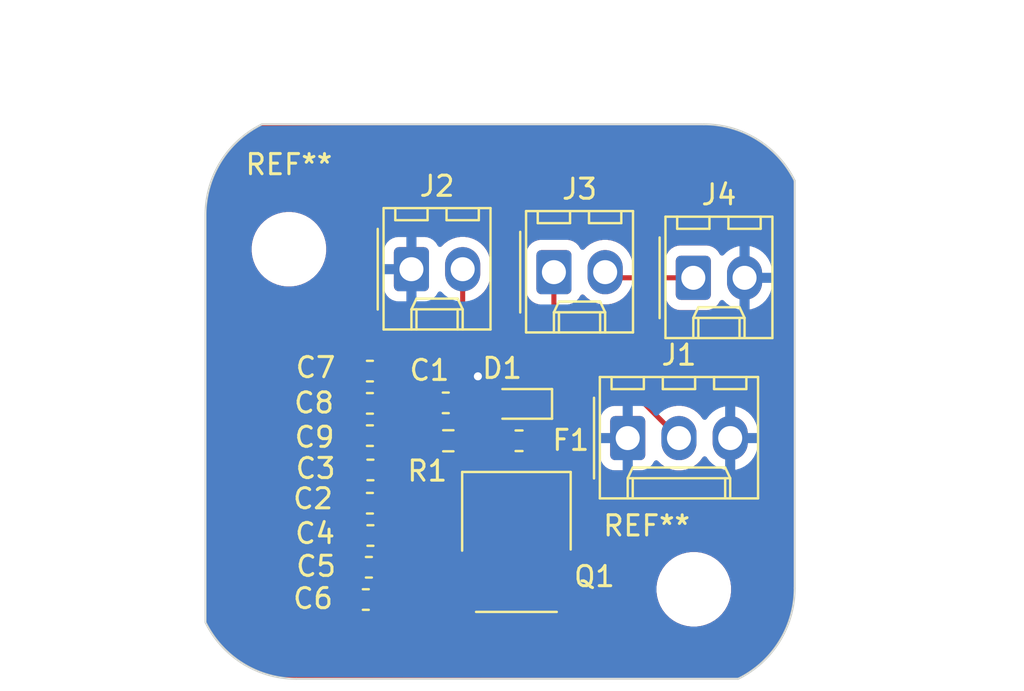
<source format=kicad_pcb>
(kicad_pcb (version 20240108) (generator "pcbnew") (generator_version "8.0")
  (title_block (title "Template") (date "2022-08-16") (rev "0.0") (company "Illini Solar Car") (comment 1 "Designed By: Your Name"))
  (layers (0 "F.Cu" signal) (31 "B.Cu" signal) (34 "B.Paste" user) (35 "F.Paste" user) (36 "B.SilkS" user "B.Silkscreen") (37 "F.SilkS" user "F.Silkscreen") (38 "B.Mask" user) (39 "F.Mask" user) (44 "Edge.Cuts" user))
  (net 0 "")
  (net 1 "GND")
  (net 2 "/Horn Control")
  (net 3 "+24V")
  (net 4 "Net-(D1-A)")
  (net 5 "Net-(Q1-D)")
  (net 6 "Net-(J3-Pin_2)")
  (footprint "Capacitor_SMD:C_0603_1608Metric_Pad1.08x0.95mm_HandSolder" (layer "F.Cu") (at 145.9738 83.7946)
    (property "Reference" "C4" (at -2.7432 -0.1016 0) (layer "F.SilkS"))
    (property "Value" "0.1uF")
    (fp_line (start -0.146267 -0.51) (end 0.146267 -0.51) (stroke (width 0.12)) (layer "F.SilkS"))
    (fp_line (start -0.146267 0.51) (end 0.146267 0.51) (stroke (width 0.12)) (layer "F.SilkS"))
    (pad "1" smd roundrect (at -0.8625 0) (size 1.075 0.95) (layers "F.Cu" "F.Paste" "F.Mask") (net 3 "+24V"))
    (pad "2" smd roundrect (at 0.8625 0) (size 1.075 0.95) (layers "F.Cu" "F.Paste" "F.Mask") (net 1 "GND"))
  )
  (footprint "Connector_Molex:Molex_KK-254_AE-6410-02A_1x02_P2.54mm_Vertical" (layer "F.Cu") (at 161.9758 71.013)
    (property "Reference" "J4" (at 1.27 -4.12 0) (layer "F.SilkS"))
    (property "Value" "Conn_01x02")
    (fp_line (start -1.67 -2) (end -1.67 2) (stroke (width 0.12)) (layer "F.SilkS"))
    (fp_line (start -1.38 -3.03) (end -1.38 2.99) (stroke (width 0.12)) (layer "F.SilkS"))
    (fp_line (start -1.38 2.99) (end 3.92 2.99) (stroke (width 0.12)) (layer "F.SilkS"))
    (fp_line (start -0.8 -3.03) (end -0.8 -2.43) (stroke (width 0.12)) (layer "F.SilkS"))
    (fp_line (start -0.8 -2.43) (end 0.8 -2.43) (stroke (width 0.12)) (layer "F.SilkS"))
    (fp_line (start 0 1.99) (end 0.25 1.46) (stroke (width 0.12)) (layer "F.SilkS"))
    (fp_line (start 0 1.99) (end 2.54 1.99) (stroke (width 0.12)) (layer "F.SilkS"))
    (fp_line (start 0 2.99) (end 0 1.99) (stroke (width 0.12)) (layer "F.SilkS"))
    (fp_line (start 0.25 1.46) (end 2.29 1.46) (stroke (width 0.12)) (layer "F.SilkS"))
    (fp_line (start 0.25 2.99) (end 0.25 1.99) (stroke (width 0.12)) (layer "F.SilkS"))
    (fp_line (start 0.8 -2.43) (end 0.8 -3.03) (stroke (width 0.12)) (layer "F.SilkS"))
    (fp_line (start 1.74 -3.03) (end 1.74 -2.43) (stroke (width 0.12)) (layer "F.SilkS"))
    (fp_line (start 1.74 -2.43) (end 3.34 -2.43) (stroke (width 0.12)) (layer "F.SilkS"))
    (fp_line (start 2.29 1.46) (end 2.54 1.99) (stroke (width 0.12)) (layer "F.SilkS"))
    (fp_line (start 2.29 2.99) (end 2.29 1.99) (stroke (width 0.12)) (layer "F.SilkS"))
    (fp_line (start 2.54 1.99) (end 2.54 2.99) (stroke (width 0.12)) (layer "F.SilkS"))
    (fp_line (start 3.34 -2.43) (end 3.34 -3.03) (stroke (width 0.12)) (layer "F.SilkS"))
    (fp_line (start 3.92 -3.03) (end -1.38 -3.03) (stroke (width 0.12)) (layer "F.SilkS"))
    (fp_line (start 3.92 2.99) (end 3.92 -3.03) (stroke (width 0.12)) (layer "F.SilkS"))
    (pad "1" thru_hole roundrect (at 0 0) (size 1.74 2.19) (drill 1.19) (layers "*.Cu" "*.Mask") (roundrect_rratio 0.143678) (net 6 "Net-(J3-Pin_2)"))
    (pad "2" thru_hole oval (at 2.54 0) (size 1.74 2.19) (drill 1.19) (layers "*.Cu" "*.Mask") (net 1 "GND"))
  )
  (footprint "Diode_SMD:D_0603_1608Metric_Pad1.05x0.95mm_HandSolder" (layer "F.Cu") (at 153.3144 77.2668 180)
    (property "Reference" "D1" (at 0.8144 1.7668 360) (layer "F.SilkS"))
    (property "Value" "D")
    (fp_line (start 0.8 -0.735) (end -1.66 -0.735) (stroke (width 0.12)) (layer "F.SilkS"))
    (fp_line (start -1.66 0.735) (end 0.8 0.735) (stroke (width 0.12)) (layer "F.SilkS"))
    (fp_line (start -1.66 -0.735) (end -1.66 0.735) (stroke (width 0.12)) (layer "F.SilkS"))
    (pad "1" smd roundrect (at -0.875 0 180) (size 1.05 0.95) (layers "F.Cu" "F.Paste" "F.Mask") (net 3 "+24V"))
    (pad "2" smd roundrect (at 0.875 0 180) (size 1.05 0.95) (layers "F.Cu" "F.Paste" "F.Mask") (net 4 "Net-(D1-A)"))
  )
  (footprint "Connector_Molex:Molex_KK-254_AE-6410-02A_1x02_P2.54mm_Vertical" (layer "F.Cu") (at 148.0058 70.5866)
    (property "Reference" "J2" (at 1.27 -4.12 0) (layer "F.SilkS"))
    (property "Value" "Conn_01x02")
    (fp_line (start -1.67 -2) (end -1.67 2) (stroke (width 0.12)) (layer "F.SilkS"))
    (fp_line (start -1.38 -3.03) (end -1.38 2.99) (stroke (width 0.12)) (layer "F.SilkS"))
    (fp_line (start -1.38 2.99) (end 3.92 2.99) (stroke (width 0.12)) (layer "F.SilkS"))
    (fp_line (start -0.8 -3.03) (end -0.8 -2.43) (stroke (width 0.12)) (layer "F.SilkS"))
    (fp_line (start -0.8 -2.43) (end 0.8 -2.43) (stroke (width 0.12)) (layer "F.SilkS"))
    (fp_line (start 0 1.99) (end 0.25 1.46) (stroke (width 0.12)) (layer "F.SilkS"))
    (fp_line (start 0 1.99) (end 2.54 1.99) (stroke (width 0.12)) (layer "F.SilkS"))
    (fp_line (start 0 2.99) (end 0 1.99) (stroke (width 0.12)) (layer "F.SilkS"))
    (fp_line (start 0.25 1.46) (end 2.29 1.46) (stroke (width 0.12)) (layer "F.SilkS"))
    (fp_line (start 0.25 2.99) (end 0.25 1.99) (stroke (width 0.12)) (layer "F.SilkS"))
    (fp_line (start 0.8 -2.43) (end 0.8 -3.03) (stroke (width 0.12)) (layer "F.SilkS"))
    (fp_line (start 1.74 -3.03) (end 1.74 -2.43) (stroke (width 0.12)) (layer "F.SilkS"))
    (fp_line (start 1.74 -2.43) (end 3.34 -2.43) (stroke (width 0.12)) (layer "F.SilkS"))
    (fp_line (start 2.29 1.46) (end 2.54 1.99) (stroke (width 0.12)) (layer "F.SilkS"))
    (fp_line (start 2.29 2.99) (end 2.29 1.99) (stroke (width 0.12)) (layer "F.SilkS"))
    (fp_line (start 2.54 1.99) (end 2.54 2.99) (stroke (width 0.12)) (layer "F.SilkS"))
    (fp_line (start 3.34 -2.43) (end 3.34 -3.03) (stroke (width 0.12)) (layer "F.SilkS"))
    (fp_line (start 3.92 -3.03) (end -1.38 -3.03) (stroke (width 0.12)) (layer "F.SilkS"))
    (fp_line (start 3.92 2.99) (end 3.92 -3.03) (stroke (width 0.12)) (layer "F.SilkS"))
    (pad "1" thru_hole roundrect (at 0 0) (size 1.74 2.19) (drill 1.19) (layers "*.Cu" "*.Mask") (roundrect_rratio 0.143678) (net 1 "GND"))
    (pad "2" thru_hole oval (at 2.54 0) (size 1.74 2.19) (drill 1.19) (layers "*.Cu" "*.Mask") (net 2 "/Horn Control"))
  )
  (footprint "Connector_Molex:Molex_KK-254_AE-6410-02A_1x02_P2.54mm_Vertical" (layer "F.Cu") (at 155.067 70.7336)
    (property "Reference" "J3" (at 1.27 -4.12 0) (layer "F.SilkS"))
    (property "Value" "Conn_01x02")
    (fp_line (start -1.67 -2) (end -1.67 2) (stroke (width 0.12)) (layer "F.SilkS"))
    (fp_line (start -1.38 -3.03) (end -1.38 2.99) (stroke (width 0.12)) (layer "F.SilkS"))
    (fp_line (start -1.38 2.99) (end 3.92 2.99) (stroke (width 0.12)) (layer "F.SilkS"))
    (fp_line (start -0.8 -3.03) (end -0.8 -2.43) (stroke (width 0.12)) (layer "F.SilkS"))
    (fp_line (start -0.8 -2.43) (end 0.8 -2.43) (stroke (width 0.12)) (layer "F.SilkS"))
    (fp_line (start 0 1.99) (end 0.25 1.46) (stroke (width 0.12)) (layer "F.SilkS"))
    (fp_line (start 0 1.99) (end 2.54 1.99) (stroke (width 0.12)) (layer "F.SilkS"))
    (fp_line (start 0 2.99) (end 0 1.99) (stroke (width 0.12)) (layer "F.SilkS"))
    (fp_line (start 0.25 1.46) (end 2.29 1.46) (stroke (width 0.12)) (layer "F.SilkS"))
    (fp_line (start 0.25 2.99) (end 0.25 1.99) (stroke (width 0.12)) (layer "F.SilkS"))
    (fp_line (start 0.8 -2.43) (end 0.8 -3.03) (stroke (width 0.12)) (layer "F.SilkS"))
    (fp_line (start 1.74 -3.03) (end 1.74 -2.43) (stroke (width 0.12)) (layer "F.SilkS"))
    (fp_line (start 1.74 -2.43) (end 3.34 -2.43) (stroke (width 0.12)) (layer "F.SilkS"))
    (fp_line (start 2.29 1.46) (end 2.54 1.99) (stroke (width 0.12)) (layer "F.SilkS"))
    (fp_line (start 2.29 2.99) (end 2.29 1.99) (stroke (width 0.12)) (layer "F.SilkS"))
    (fp_line (start 2.54 1.99) (end 2.54 2.99) (stroke (width 0.12)) (layer "F.SilkS"))
    (fp_line (start 3.34 -2.43) (end 3.34 -3.03) (stroke (width 0.12)) (layer "F.SilkS"))
    (fp_line (start 3.92 -3.03) (end -1.38 -3.03) (stroke (width 0.12)) (layer "F.SilkS"))
    (fp_line (start 3.92 2.99) (end 3.92 -3.03) (stroke (width 0.12)) (layer "F.SilkS"))
    (pad "1" thru_hole roundrect (at 0 0) (size 1.74 2.19) (drill 1.19) (layers "*.Cu" "*.Mask") (roundrect_rratio 0.143678) (net 4 "Net-(D1-A)"))
    (pad "2" thru_hole oval (at 2.54 0) (size 1.74 2.19) (drill 1.19) (layers "*.Cu" "*.Mask") (net 6 "Net-(J3-Pin_2)"))
  )
  (footprint "Capacitor_SMD:C_0603_1608Metric_Pad1.08x0.95mm_HandSolder" (layer "F.Cu") (at 145.9484 82.1944)
    (property "Reference" "C3" (at -2.6924 -1.7272 0) (layer "F.SilkS"))
    (property "Value" "0.1uF")
    (fp_line (start -0.146267 -0.51) (end 0.146267 -0.51) (stroke (width 0.12)) (layer "F.SilkS"))
    (fp_line (start -0.146267 0.51) (end 0.146267 0.51) (stroke (width 0.12)) (layer "F.SilkS"))
    (pad "1" smd roundrect (at -0.8625 0) (size 1.075 0.95) (layers "F.Cu" "F.Paste" "F.Mask") (net 3 "+24V"))
    (pad "2" smd roundrect (at 0.8625 0) (size 1.075 0.95) (layers "F.Cu" "F.Paste" "F.Mask") (net 1 "GND"))
  )
  (footprint "Connector_Molex:Molex_KK-254_AE-6410-03A_1x03_P2.54mm_Vertical" (layer "F.Cu") (at 158.7246 78.9632)
    (property "Reference" "J1" (at 2.54 -4.12 0) (layer "F.SilkS"))
    (property "Value" "Conn_01x03")
    (fp_line (start -1.67 -2) (end -1.67 2) (stroke (width 0.12)) (layer "F.SilkS"))
    (fp_line (start -1.38 -3.03) (end -1.38 2.99) (stroke (width 0.12)) (layer "F.SilkS"))
    (fp_line (start -1.38 2.99) (end 6.46 2.99) (stroke (width 0.12)) (layer "F.SilkS"))
    (fp_line (start -0.8 -3.03) (end -0.8 -2.43) (stroke (width 0.12)) (layer "F.SilkS"))
    (fp_line (start -0.8 -2.43) (end 0.8 -2.43) (stroke (width 0.12)) (layer "F.SilkS"))
    (fp_line (start 0 1.99) (end 0.25 1.46) (stroke (width 0.12)) (layer "F.SilkS"))
    (fp_line (start 0 1.99) (end 5.08 1.99) (stroke (width 0.12)) (layer "F.SilkS"))
    (fp_line (start 0 2.99) (end 0 1.99) (stroke (width 0.12)) (layer "F.SilkS"))
    (fp_line (start 0.25 1.46) (end 4.83 1.46) (stroke (width 0.12)) (layer "F.SilkS"))
    (fp_line (start 0.25 2.99) (end 0.25 1.99) (stroke (width 0.12)) (layer "F.SilkS"))
    (fp_line (start 0.8 -2.43) (end 0.8 -3.03) (stroke (width 0.12)) (layer "F.SilkS"))
    (fp_line (start 1.74 -3.03) (end 1.74 -2.43) (stroke (width 0.12)) (layer "F.SilkS"))
    (fp_line (start 1.74 -2.43) (end 3.34 -2.43) (stroke (width 0.12)) (layer "F.SilkS"))
    (fp_line (start 3.34 -2.43) (end 3.34 -3.03) (stroke (width 0.12)) (layer "F.SilkS"))
    (fp_line (start 4.28 -3.03) (end 4.28 -2.43) (stroke (width 0.12)) (layer "F.SilkS"))
    (fp_line (start 4.28 -2.43) (end 5.88 -2.43) (stroke (width 0.12)) (layer "F.SilkS"))
    (fp_line (start 4.83 1.46) (end 5.08 1.99) (stroke (width 0.12)) (layer "F.SilkS"))
    (fp_line (start 4.83 2.99) (end 4.83 1.99) (stroke (width 0.12)) (layer "F.SilkS"))
    (fp_line (start 5.08 1.99) (end 5.08 2.99) (stroke (width 0.12)) (layer "F.SilkS"))
    (fp_line (start 5.88 -2.43) (end 5.88 -3.03) (stroke (width 0.12)) (layer "F.SilkS"))
    (fp_line (start 6.46 -3.03) (end -1.38 -3.03) (stroke (width 0.12)) (layer "F.SilkS"))
    (fp_line (start 6.46 2.99) (end 6.46 -3.03) (stroke (width 0.12)) (layer "F.SilkS"))
    (pad "1" thru_hole roundrect (at 0 0) (size 1.74 2.19) (drill 1.19) (layers "*.Cu" "*.Mask") (roundrect_rratio 0.143678) (net 1 "GND"))
    (pad "2" thru_hole oval (at 2.54 0) (size 1.74 2.19) (drill 1.19) (layers "*.Cu" "*.Mask") (net 4 "Net-(D1-A)"))
    (pad "3" thru_hole oval (at 5.08 0) (size 1.74 2.19) (drill 1.19) (layers "*.Cu" "*.Mask") (net 1 "GND"))
  )
  (footprint "MountingHole:MountingHole_3.2mm_M3" (layer "F.Cu") (at 162 86.4616)
    (property "Reference" "REF**" (at -2.3368 -3.1496 0) (layer "F.SilkS"))
    (property "Value" "MountingHole_3.2mm_M3")
    (pad "" np_thru_hole circle (at 0 0) (size 3.2 3.2) (drill 3.2) (layers "*.Cu" "*.Mask"))
  )
  (footprint "Resistor_SMD:R_0603_1608Metric_Pad0.98x0.95mm_HandSolder" (layer "F.Cu") (at 149.8346 79.0956)
    (property "Reference" "R1" (at -1.0433 1.4986 0) (layer "F.SilkS"))
    (property "Value" "1k")
    (fp_line (start -0.254724 -0.5225) (end 0.254724 -0.5225) (stroke (width 0.12)) (layer "F.SilkS"))
    (fp_line (start -0.254724 0.5225) (end 0.254724 0.5225) (stroke (width 0.12)) (layer "F.SilkS"))
    (pad "1" smd roundrect (at -0.9125 0) (size 0.975 0.95) (layers "F.Cu" "F.Paste" "F.Mask") (net 2 "/Horn Control"))
    (pad "2" smd roundrect (at 0.9125 0) (size 0.975 0.95) (layers "F.Cu" "F.Paste" "F.Mask") (net 1 "GND"))
  )
  (footprint "Capacitor_SMD:C_0603_1608Metric_Pad1.08x0.95mm_HandSolder" (layer "F.Cu") (at 145.9484 78.8416)
    (property "Reference" "C9" (at -2.7432 0.0762 0) (layer "F.SilkS"))
    (property "Value" "100uF")
    (fp_line (start -0.146267 -0.51) (end 0.146267 -0.51) (stroke (width 0.12)) (layer "F.SilkS"))
    (fp_line (start -0.146267 0.51) (end 0.146267 0.51) (stroke (width 0.12)) (layer "F.SilkS"))
    (pad "1" smd roundrect (at -0.8625 0) (size 1.075 0.95) (layers "F.Cu" "F.Paste" "F.Mask") (net 3 "+24V"))
    (pad "2" smd roundrect (at 0.8625 0) (size 1.075 0.95) (layers "F.Cu" "F.Paste" "F.Mask") (net 1 "GND"))
  )
  (footprint "Fuse:Fuse_0603_1608Metric_Pad1.05x0.95mm_HandSolder" (layer "F.Cu") (at 153.3398 79.0956)
    (property "Reference" "F1" (at 2.5654 -0.0254 0) (layer "F.SilkS"))
    (property "Value" "2A")
    (fp_line (start -0.171267 -0.51) (end 0.171267 -0.51) (stroke (width 0.12)) (layer "F.SilkS"))
    (fp_line (start -0.171267 0.51) (end 0.171267 0.51) (stroke (width 0.12)) (layer "F.SilkS"))
    (pad "1" smd roundrect (at -0.875 0) (size 1.05 0.95) (layers "F.Cu" "F.Paste" "F.Mask") (net 4 "Net-(D1-A)"))
    (pad "2" smd roundrect (at 0.875 0) (size 1.05 0.95) (layers "F.Cu" "F.Paste" "F.Mask") (net 5 "Net-(Q1-D)"))
  )
  (footprint "Transistor_Power:GaN_Systems_GaNPX-3_5x6.6mm_Drain2.93x0.6mm" (layer "F.Cu") (at 153.2092 84.1138)
    (property "Reference" "Q1" (at 3.8644 1.7128 0) (layer "F.SilkS"))
    (property "Value" "Q_NMOS_DGS")
    (fp_line (start -2.69 -3.47) (end -2.69 0.4325) (stroke (width 0.12)) (layer "F.SilkS"))
    (fp_line (start -2 3.47) (end 2 3.47) (stroke (width 0.12)) (layer "F.SilkS"))
    (fp_line (start 2.69 -3.47) (end -2.69 -3.47) (stroke (width 0.12)) (layer "F.SilkS"))
    (fp_line (start 2.69 0.375) (end 2.69 -3.47) (stroke (width 0.12)) (layer "F.SilkS"))
    (pad "1" smd roundrect (at 0.41 -2.91) (size 2.93 0.6) (layers "F.Cu" "F.Paste" "F.Mask") (net 5 "Net-(Q1-D)"))
    (pad "2" smd roundrect (at -2.13 1.81) (size 0.6 1) (layers "F.Cu" "F.Paste" "F.Mask") (net 2 "/Horn Control"))
    (pad "3" smd roundrect (at 0.55 1.67) (size 3.76 3.07) (layers "F.Cu" "F.Mask") (roundrect_rratio 0.08143322476) (net 1 "GND"))
  )
  (footprint "Capacitor_SMD:C_0603_1608Metric_Pad1.08x0.95mm_HandSolder" (layer "F.Cu") (at 149.7076 77.216)
    (property "Reference" "C1" (at -0.8076 -1.616 360) (layer "F.SilkS"))
    (property "Value" "0.1uF")
    (fp_line (start -0.146267 -0.51) (end 0.146267 -0.51) (stroke (width 0.12)) (layer "F.SilkS"))
    (fp_line (start -0.146267 0.51) (end 0.146267 0.51) (stroke (width 0.12)) (layer "F.SilkS"))
    (pad "1" smd roundrect (at -0.8625 0) (size 1.075 0.95) (layers "F.Cu" "F.Paste" "F.Mask") (net 2 "/Horn Control"))
    (pad "2" smd roundrect (at 0.8625 0) (size 1.075 0.95) (layers "F.Cu" "F.Paste" "F.Mask") (net 1 "GND"))
  )
  (footprint "MountingHole:MountingHole_3.2mm_M3" (layer "F.Cu") (at 141.9352 69.596)
    (property "Reference" "REF**" (at 0 -4.2 0) (layer "F.SilkS"))
    (property "Value" "MountingHole_3.2mm_M3")
    (pad "" np_thru_hole circle (at 0 0) (size 3.2 3.2) (drill 3.2) (layers "*.Cu" "*.Mask"))
  )
  (footprint "Capacitor_SMD:C_0603_1608Metric_Pad1.08x0.95mm_HandSolder" (layer "F.Cu") (at 145.9738 80.5434)
    (property "Reference" "C2" (at -2.8448 1.4224 0) (layer "F.SilkS"))
    (property "Value" "0.1uF")
    (fp_line (start -0.146267 -0.51) (end 0.146267 -0.51) (stroke (width 0.12)) (layer "F.SilkS"))
    (fp_line (start -0.146267 0.51) (end 0.146267 0.51) (stroke (width 0.12)) (layer "F.SilkS"))
    (pad "1" smd roundrect (at -0.8625 0) (size 1.075 0.95) (layers "F.Cu" "F.Paste" "F.Mask") (net 3 "+24V"))
    (pad "2" smd roundrect (at 0.8625 0) (size 1.075 0.95) (layers "F.Cu" "F.Paste" "F.Mask") (net 1 "GND"))
  )
  (footprint "Capacitor_SMD:C_0603_1608Metric_Pad1.08x0.95mm_HandSolder" (layer "F.Cu") (at 145.9484 75.6412)
    (property "Reference" "C7" (at -2.6924 -0.1778 0) (layer "F.SilkS"))
    (property "Value" "10uF")
    (fp_line (start -0.146267 -0.51) (end 0.146267 -0.51) (stroke (width 0.12)) (layer "F.SilkS"))
    (fp_line (start -0.146267 0.51) (end 0.146267 0.51) (stroke (width 0.12)) (layer "F.SilkS"))
    (pad "1" smd roundrect (at -0.8625 0) (size 1.075 0.95) (layers "F.Cu" "F.Paste" "F.Mask") (net 3 "+24V"))
    (pad "2" smd roundrect (at 0.8625 0) (size 1.075 0.95) (layers "F.Cu" "F.Paste" "F.Mask") (net 1 "GND"))
  )
  (footprint "Capacitor_SMD:C_0603_1608Metric_Pad1.08x0.95mm_HandSolder" (layer "F.Cu") (at 145.7452 86.9696)
    (property "Reference" "C6" (at -2.6162 -0.0508 0) (layer "F.SilkS"))
    (property "Value" "1uF")
    (fp_line (start -0.146267 -0.51) (end 0.146267 -0.51) (stroke (width 0.12)) (layer "F.SilkS"))
    (fp_line (start -0.146267 0.51) (end 0.146267 0.51) (stroke (width 0.12)) (layer "F.SilkS"))
    (pad "1" smd roundrect (at -0.8625 0) (size 1.075 0.95) (layers "F.Cu" "F.Paste" "F.Mask") (net 3 "+24V"))
    (pad "2" smd roundrect (at 0.8625 0) (size 1.075 0.95) (layers "F.Cu" "F.Paste" "F.Mask") (net 1 "GND"))
  )
  (footprint "Capacitor_SMD:C_0603_1608Metric_Pad1.08x0.95mm_HandSolder" (layer "F.Cu") (at 145.8976 85.3694)
    (property "Reference" "C5" (at -2.6162 -0.0508 0) (layer "F.SilkS"))
    (property "Value" "1uF")
    (fp_line (start -0.146267 -0.51) (end 0.146267 -0.51) (stroke (width 0.12)) (layer "F.SilkS"))
    (fp_line (start -0.146267 0.51) (end 0.146267 0.51) (stroke (width 0.12)) (layer "F.SilkS"))
    (pad "1" smd roundrect (at -0.8625 0) (size 1.075 0.95) (layers "F.Cu" "F.Paste" "F.Mask") (net 3 "+24V"))
    (pad "2" smd roundrect (at 0.8625 0) (size 1.075 0.95) (layers "F.Cu" "F.Paste" "F.Mask") (net 1 "GND"))
  )
  (footprint "Capacitor_SMD:C_0603_1608Metric_Pad1.08x0.95mm_HandSolder" (layer "F.Cu") (at 145.9484 77.2414)
    (property "Reference" "C8" (at -2.7686 -0.0254 0) (layer "F.SilkS"))
    (property "Value" "10uF")
    (fp_line (start -0.146267 -0.51) (end 0.146267 -0.51) (stroke (width 0.12)) (layer "F.SilkS"))
    (fp_line (start -0.146267 0.51) (end 0.146267 0.51) (stroke (width 0.12)) (layer "F.SilkS"))
    (pad "1" smd roundrect (at -0.8625 0) (size 1.075 0.95) (layers "F.Cu" "F.Paste" "F.Mask") (net 3 "+24V"))
    (pad "2" smd roundrect (at 0.8625 0) (size 1.075 0.95) (layers "F.Cu" "F.Paste" "F.Mask") (net 1 "GND"))
  )
  (gr_arc (start 142.3 90.9) (mid 139.65 90.142857) (end 137.8 88.1) (stroke (width 0.1)) (layer "Edge.Cuts"))
  (gr_arc (start 167 86.4) (mid 166.242857 89.05) (end 164.2 90.9) (stroke (width 0.1)) (layer "Edge.Cuts"))
  (gr_line (start 162.5 63.4) (end 140.6 63.4) (stroke (width 0.1)) (layer "Edge.Cuts"))
  (gr_arc (start 137.8 67.9) (mid 138.557143 65.25) (end 140.6 63.4) (stroke (width 0.1)) (layer "Edge.Cuts"))
  (gr_line (start 167 66.2) (end 167 86.4) (stroke (width 0.1)) (layer "Edge.Cuts"))
  (gr_arc (start 162.5 63.4) (mid 165.15 64.157143) (end 167 66.2) (stroke (width 0.1)) (layer "Edge.Cuts"))
  (gr_line (start 142.3 90.9) (end 164.2 90.9) (stroke (width 0.1)) (layer "Edge.Cuts"))
  (gr_line (start 137.8 67.9) (end 137.8 88.1) (stroke (width 0.1)) (layer "Edge.Cuts"))
  (segment (start 150.5701 78.9186) (end 150.7471 79.0956) (width 0.25) (layer "F.Cu") (net 1))
  (segment (start 150.5701 77.216) (end 150.5701 76.6299) (width 0.25) (layer "F.Cu") (net 1))
  (segment (start 146.7601 86.8172) (end 146.6077 86.9696) (width 0.25) (layer "F.Cu") (net 1))
  (segment (start 152.7942 86.7488) (end 153.7592 85.7838) (width 0.25) (layer "F.Cu") (net 1))
  (segment (start 150.5701 77.216) (end 150.5701 78.9186) (width 0.25) (layer "F.Cu") (net 1))
  (segment (start 146.7601 85.3694) (end 146.7601 86.8172) (width 0.25) (layer "F.Cu") (net 1))
  (segment (start 146.8109 82.1944) (end 146.8109 83.7692) (width 0.25) (layer "F.Cu") (net 1))
  (segment (start 146.8363 82.169) (end 146.8109 82.1944) (width 0.25) (layer "F.Cu") (net 1))
  (segment (start 148.0058 74.4463) (end 146.8109 75.6412) (width 0.25) (layer "F.Cu") (net 1))
  (segment (start 146.8109 80.518) (end 146.8363 80.5434) (width 0.25) (layer "F.Cu") (net 1))
  (segment (start 146.8109 77.2414) (end 146.8109 78.8416) (width 0.25) (layer "F.Cu") (net 1))
  (segment (start 146.8109 83.7692) (end 146.8363 83.7946) (width 0.25) (layer "F.Cu") (net 1))
  (segment (start 146.8363 80.5434) (end 146.8363 82.169) (width 0.25) (layer "F.Cu") (net 1))
  (segment (start 146.8109 78.8416) (end 146.8109 80.518) (width 0.25) (layer "F.Cu") (net 1))
  (segment (start 148.0058 70.5866) (end 148.0058 74.4463) (width 0.25) (layer "F.Cu") (net 1))
  (segment (start 146.7601 85.3694) (end 148.1395 86.7488) (width 0.25) (layer "F.Cu") (net 1))
  (segment (start 150.5701 76.6299) (end 151.3 75.9) (width 0.25) (layer "F.Cu") (net 1))
  (segment (start 146.8363 83.7946) (end 146.8363 85.2932) (width 0.25) (layer "F.Cu") (net 1))
  (segment (start 148.1395 86.7488) (end 152.7942 86.7488) (width 0.25) (layer "F.Cu") (net 1))
  (segment (start 146.8363 85.2932) (end 146.7601 85.3694) (width 0.25) (layer "F.Cu") (net 1))
  (segment (start 146.8109 75.6412) (end 146.8109 77.2414) (width 0.25) (layer "F.Cu") (net 1))
  (via (at 151.3 75.9) (size 0.8) (drill 0.4) (layers "F.Cu" "B.Cu") (net 1))
  (segment (start 148.9221 83.2221) (end 151.0792 85.3792) (width 0.25) (layer "F.Cu") (net 2))
  (segment (start 148.9221 79.0956) (end 148.9221 83.2221) (width 0.25) (layer "F.Cu") (net 2))
  (segment (start 151.0792 85.3792) (end 151.0792 85.9238) (width 0.25) (layer "F.Cu") (net 2))
  (segment (start 148.8451 77.216) (end 148.8451 79.0186) (width 0.25) (layer "F.Cu") (net 2))
  (segment (start 148.8451 79.0186) (end 148.9221 79.0956) (width 0.25) (layer "F.Cu") (net 2))
  (segment (start 150.5458 75.5153) (end 148.8451 77.216) (width 0.25) (layer "F.Cu") (net 2))
  (segment (start 150.5458 70.5866) (end 150.5458 75.5153) (width 0.25) (layer "F.Cu") (net 2))
  (segment (start 155.067 74.6392) (end 152.4394 77.2668) (width 0.25) (layer "F.Cu") (net 4))
  (segment (start 152.4394 79.0702) (end 152.4648 79.0956) (width 0.25) (layer "F.Cu") (net 4))
  (segment (start 156.9406 74.6392) (end 155.067 74.6392) (width 0.25) (layer "F.Cu") (net 4))
  (segment (start 152.4394 77.2668) (end 152.4394 79.0702) (width 0.25) (layer "F.Cu") (net 4))
  (segment (start 155.067 70.7336) (end 155.067 74.6392) (width 0.25) (layer "F.Cu") (net 4))
  (segment (start 161.2646 78.9632) (end 156.9406 74.6392) (width 0.25) (layer "F.Cu") (net 4))
  (segment (start 154.2148 79.0956) (end 154.2148 80.6082) (width 0.25) (layer "F.Cu") (net 5))
  (segment (start 154.2148 80.6082) (end 153.6192 81.2038) (width 0.25) (layer "F.Cu") (net 5))
  (segment (start 161.9758 71.013) (end 157.8864 71.013) (width 0.25) (layer "F.Cu") (net 6))
  (segment (start 157.8864 71.013) (end 157.607 70.7336) (width 0.25) (layer "F.Cu") (net 6))
  (zone (net 3) (net_name "+24V") (layer "F.Cu") (connect_pads (clearance 0.508)) (min_thickness 0.25) (fill yes (thermal_gap 0.5) (thermal_bridge_width 0.5))
    (polygon (pts (xy 137.7 63.3) (xy 167 63.3) (xy 167 90.9) (xy 137.7 90.9)))
  )
  (zone (net 1) (net_name "GND") (layer "B.Cu") (priority 1) (connect_pads (clearance 0.508)) (min_thickness 0.25) (fill yes (thermal_gap 0.5) (thermal_bridge_width 0.5))
    (polygon (pts (xy 137.7 63.5) (xy 167.1 63.3) (xy 167.1 90.9) (xy 137.6 90.8) (xy 137.7 63.3)))
  )
)
</source>
